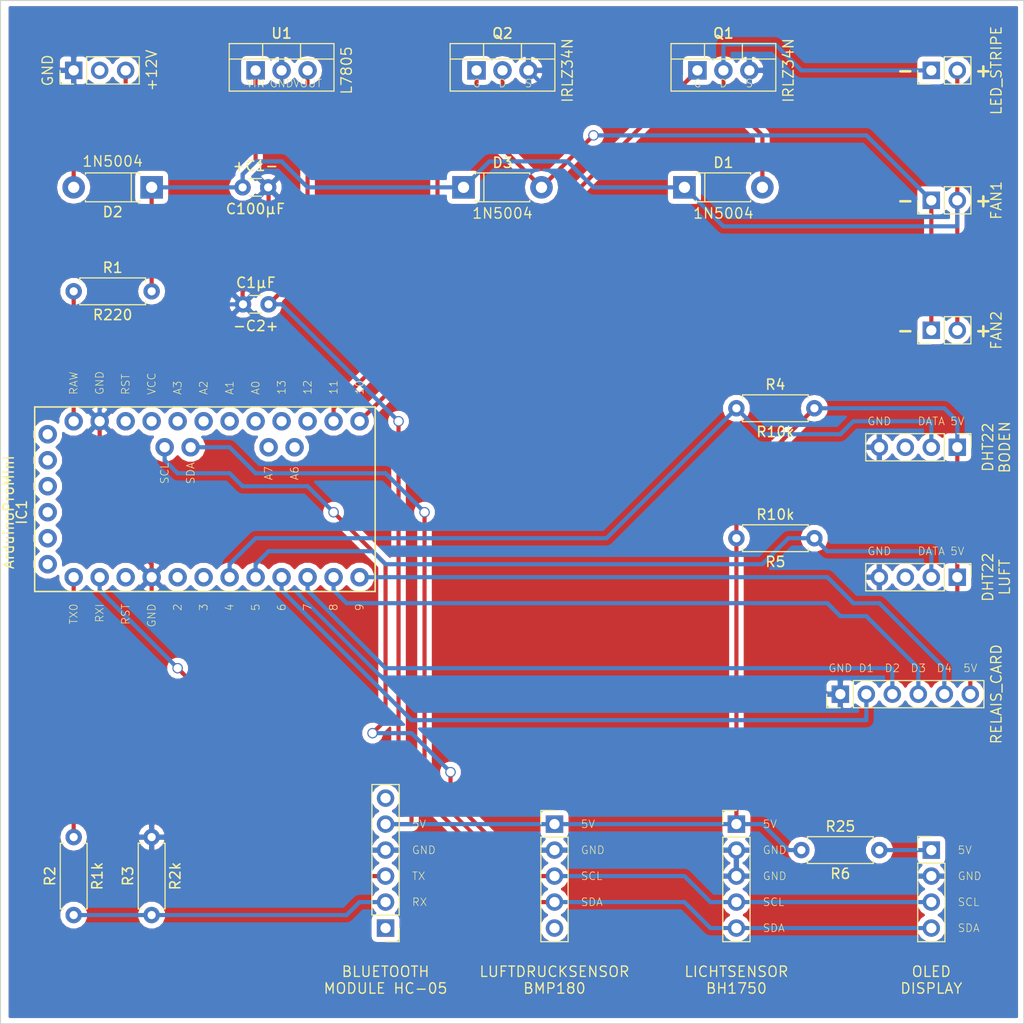
<source format=kicad_pcb>
(kicad_pcb (version 4) (host pcbnew 4.0.7)
  (title_block (title HomeGardening) (date 2018-01-19))
  (layers (0 F.Cu signal) (31 B.Cu signal) (34 B.Paste user) (35 F.Paste user) (36 B.SilkS user) (37 F.SilkS user) (38 B.Mask user) (39 F.Mask user) (44 Edge.Cuts user))
  (net 0 "")
  (net 1 PWR_+12V)
  (net 2 PWR_+5V)
  (net 3 "Net-(D1-Pad2)")
  (net 4 "Net-(D2-Pad2)")
  (net 5 "Net-(D3-Pad2)")
  (net 6 D_MOSFET_LED)
  (net 7 D_MOSFE_FAN)
  (net 8 "Net-(IC1-Pad3)")
  (net 9 "Net-(IC1-Pad4)")
  (net 10 "Net-(IC1-Pad5)")
  (net 11 "Net-(IC1-Pad6)")
  (net 12 "Net-(IC1-Pad7)")
  (net 13 "Net-(IC1-Pad8)")
  (net 14 "Net-(IC1-Pad9)")
  (net 15 "Net-(IC1-Pad10)")
  (net 16 "Net-(IC1-Pad12)")
  (net 17 "Net-(IC1-Pad13)")
  (net 18 "Net-(IC1-Pad14)")
  (net 19 "Net-(IC1-Pad15)")
  (net 20 "Net-(IC1-Pad16)")
  (net 21 "Net-(IC1-Pad17)")
  (net 22 "Net-(IC1-Pad18)")
  (net 23 ARD_TX)
  (net 24 ARD_RX)
  (net 25 "Net-(IC1-Pad21)")
  (net 26 Ard_GND)
  (net 27 "Net-(IC1-Pad23)")
  (net 28 "Net-(IC1-Pad24)")
  (net 29 D_DHT_Boden)
  (net 30 D_DHT_LUFT)
  (net 31 D_Rel_1)
  (net 32 D_Rel_2)
  (net 33 D_Rel_3)
  (net 34 D_Rel_4)
  (net 35 "Net-(IC1-Pad31)")
  (net 36 "Net-(IC1-Pad32)")
  (net 37 SDA)
  (net 38 SCL)
  (net 39 "Net-(J1-Pad2)")
  (net 40 "Net-(J6-Pad1)")
  (net 41 "Net-(J6-Pad2)")
  (net 42 "Net-(J6-Pad6)")
  (net 43 "Net-(J7-Pad5)")
  (net 44 "Net-(J9-Pad3)")
  (net 45 "Net-(J10-Pad3)")
  (net 46 "Net-(J11-Pad1)")
  (module Capacitors_THT:C_Disc_D3.0mm_W1.6mm_P2.50mm (layer F.Cu) (at 73.66 48.26)
    (fp_text reference +C1- (at 1.25 -2.11) (layer F.SilkS))
    (fp_text value C100µF (at 1.25 2.11) (layer F.SilkS))
    (pad 1 thru_hole circle (at 0 0) (size 1.6 1.6) (drill 0.8) (layers *.Cu *.Mask) (net 1 PWR_+12V))
    (pad 2 thru_hole circle (at 2.5 0) (size 1.6 1.6) (drill 0.8) (layers *.Cu *.Mask) (net 26 Ard_GND))
  )
  (module Capacitors_THT:C_Disc_D3.0mm_W1.6mm_P2.50mm (layer F.Cu) (at 76.2 59.69 180)
    (fp_text reference -C2+ (at 1.25 -2.11 180) (layer F.SilkS))
    (fp_text value C1µF (at 1.25 2.11 180) (layer F.SilkS))
    (pad 1 thru_hole circle (at 0 0 180) (size 1.6 1.6) (drill 0.8) (layers *.Cu *.Mask) (net 2 PWR_+5V))
    (pad 2 thru_hole circle (at 2.5 0 180) (size 1.6 1.6) (drill 0.8) (layers *.Cu *.Mask) (net 26 Ard_GND))
  )
  (module ArduinoProMini:ArduinoProMini (layer F.Cu) (at 53.34 78.74 90)
    (fp_text reference IC1 (at -1.27 -1.27 90) (layer F.SilkS))
    (fp_text value ArduinoProMini (at -1.27 -2.54 90) (layer F.SilkS))
    (pad 1 thru_hole circle (at 7.62 31.75 90) (size 1.8 1.8) (drill 1) (layers *.Cu *.Mask) (net 6 D_MOSFET_LED))
    (pad 2 thru_hole circle (at 7.62 29.21 90) (size 1.8 1.8) (drill 1) (layers *.Cu *.Mask) (net 7 D_MOSFE_FAN))
    (pad 3 thru_hole circle (at 7.62 26.67 90) (size 1.8 1.8) (drill 1) (layers *.Cu *.Mask) (net 8 "Net-(IC1-Pad3)"))
    (pad 4 thru_hole circle (at 7.62 24.13 90) (size 1.8 1.8) (drill 1) (layers *.Cu *.Mask) (net 9 "Net-(IC1-Pad4)"))
    (pad 5 thru_hole circle (at 7.62 21.59 90) (size 1.8 1.8) (drill 1) (layers *.Cu *.Mask) (net 10 "Net-(IC1-Pad5)"))
    (pad 6 thru_hole circle (at 7.62 19.05 90) (size 1.8 1.8) (drill 1) (layers *.Cu *.Mask) (net 11 "Net-(IC1-Pad6)"))
    (pad 7 thru_hole circle (at 7.62 16.51 90) (size 1.8 1.8) (drill 1) (layers *.Cu *.Mask) (net 12 "Net-(IC1-Pad7)"))
    (pad 8 thru_hole circle (at 7.62 13.97 90) (size 1.8 1.8) (drill 1) (layers *.Cu *.Mask) (net 13 "Net-(IC1-Pad8)"))
    (pad 9 thru_hole circle (at 7.62 11.43 90) (size 1.8 1.8) (drill 1) (layers *.Cu *.Mask) (net 14 "Net-(IC1-Pad9)"))
    (pad 10 thru_hole circle (at 7.62 8.89 90) (size 1.8 1.8) (drill 1) (layers *.Cu *.Mask) (net 15 "Net-(IC1-Pad10)"))
    (pad 11 thru_hole circle (at 7.62 6.35 90) (size 1.8 1.8) (drill 1) (layers *.Cu *.Mask) (net 26 Ard_GND))
    (pad 12 thru_hole circle (at 7.62 3.81 90) (size 1.8 1.8) (drill 1) (layers *.Cu *.Mask) (net 16 "Net-(IC1-Pad12)"))
    (pad 13 thru_hole circle (at 6.35 1.27 90) (size 1.8 1.8) (drill 1) (layers *.Cu *.Mask) (net 17 "Net-(IC1-Pad13)"))
    (pad 14 thru_hole circle (at 3.81 1.27 90) (size 1.8 1.8) (drill 1) (layers *.Cu *.Mask) (net 18 "Net-(IC1-Pad14)"))
    (pad 15 thru_hole circle (at 1.27 1.27 90) (size 1.8 1.8) (drill 1) (layers *.Cu *.Mask) (net 19 "Net-(IC1-Pad15)"))
    (pad 16 thru_hole circle (at -1.27 1.27 90) (size 1.8 1.8) (drill 1) (layers *.Cu *.Mask) (net 20 "Net-(IC1-Pad16)"))
    (pad 17 thru_hole circle (at -3.81 1.27 90) (size 1.8 1.8) (drill 1) (layers *.Cu *.Mask) (net 21 "Net-(IC1-Pad17)"))
    (pad 18 thru_hole circle (at -6.35 1.27 90) (size 1.8 1.8) (drill 1) (layers *.Cu *.Mask) (net 22 "Net-(IC1-Pad18)"))
    (pad 19 thru_hole circle (at -7.62 3.81 90) (size 1.8 1.8) (drill 1) (layers *.Cu *.Mask) (net 23 ARD_TX))
    (pad 20 thru_hole circle (at -7.62 6.35 90) (size 1.8 1.8) (drill 1) (layers *.Cu *.Mask) (net 24 ARD_RX))
    (pad 21 thru_hole circle (at -7.62 8.89 90) (size 1.8 1.8) (drill 1) (layers *.Cu *.Mask) (net 25 "Net-(IC1-Pad21)"))
    (pad 22 thru_hole circle (at -7.62 11.43 90) (size 1.8 1.8) (drill 1) (layers *.Cu *.Mask) (net 26 Ard_GND))
    (pad 23 thru_hole circle (at -7.62 13.97 90) (size 1.8 1.8) (drill 1) (layers *.Cu *.Mask) (net 27 "Net-(IC1-Pad23)"))
    (pad 24 thru_hole circle (at -7.62 16.51 90) (size 1.8 1.8) (drill 1) (layers *.Cu *.Mask) (net 28 "Net-(IC1-Pad24)"))
    (pad 25 thru_hole circle (at -7.62 19.05 90) (size 1.8 1.8) (drill 1) (layers *.Cu *.Mask) (net 29 D_DHT_Boden))
    (pad 26 thru_hole circle (at -7.62 21.59 90) (size 1.8 1.8) (drill 1) (layers *.Cu *.Mask) (net 30 D_DHT_LUFT))
    (pad 27 thru_hole circle (at -7.62 24.13 90) (size 1.8 1.8) (drill 1) (layers *.Cu *.Mask) (net 31 D_Rel_1))
    (pad 28 thru_hole circle (at -7.62 26.67 90) (size 1.8 1.8) (drill 1) (layers *.Cu *.Mask) (net 32 D_Rel_2))
    (pad 29 thru_hole circle (at -7.62 29.21 90) (size 1.8 1.8) (drill 1) (layers *.Cu *.Mask) (net 33 D_Rel_3))
    (pad 30 thru_hole circle (at -7.62 31.75 90) (size 1.8 1.8) (drill 1) (layers *.Cu *.Mask) (net 34 D_Rel_4))
    (pad 31 thru_hole circle (at 5.08 25.4 90) (size 1.8 1.8) (drill 1) (layers *.Cu *.Mask) (net 35 "Net-(IC1-Pad31)"))
    (pad 32 thru_hole circle (at 5.08 22.86 90) (size 1.8 1.8) (drill 1) (layers *.Cu *.Mask) (net 36 "Net-(IC1-Pad32)"))
    (pad 33 thru_hole circle (at 5.08 15.24 90) (size 1.8 1.8) (drill 1) (layers *.Cu *.Mask) (net 37 SDA))
    (pad 34 thru_hole circle (at 5.08 12.7 90) (size 1.8 1.8) (drill 1) (layers *.Cu *.Mask) (net 38 SCL))
  )
  (module Pin_Headers:Pin_Header_Straight_1x03_Pitch2.54mm (layer F.Cu) (at 57.15 36.83 90)
    (fp_text reference J1 hide)
    (fp_text value Power_In hide)
    (pad 1 thru_hole rect (at 0 0 90) (size 1.7 1.7) (drill 1) (layers *.Cu *.Mask) (net 26 Ard_GND))
    (pad 2 thru_hole oval (at 0 2.54 90) (size 1.7 1.7) (drill 1) (layers *.Cu *.Mask) (net 39 "Net-(J1-Pad2)"))
    (pad 3 thru_hole oval (at 0 5.08 90) (size 1.7 1.7) (drill 1) (layers *.Cu *.Mask) (net 4 "Net-(D2-Pad2)"))
  )
  (module Pin_Headers:Pin_Header_Straight_1x02_Pitch2.54mm (layer F.Cu) (at 140.97 36.83 90)
    (fp_text reference J2 hide)
    (fp_text value LED_Stripe hide)
    (pad 1 thru_hole rect (at 0 0 90) (size 1.7 1.7) (drill 1) (layers *.Cu *.Mask) (net 3 "Net-(D1-Pad2)"))
    (pad 2 thru_hole oval (at 0 2.54 90) (size 1.7 1.7) (drill 1) (layers *.Cu *.Mask) (net 1 PWR_+12V))
  )
  (module Pin_Headers:Pin_Header_Straight_1x02_Pitch2.54mm (layer F.Cu) (at 140.97 49.53 90)
    (fp_text reference J3 hide)
    (fp_text value Fan1 hide)
    (pad 1 thru_hole rect (at 0 0 90) (size 1.7 1.7) (drill 1) (layers *.Cu *.Mask) (net 5 "Net-(D3-Pad2)"))
    (pad 2 thru_hole oval (at 0 2.54 90) (size 1.7 1.7) (drill 1) (layers *.Cu *.Mask) (net 1 PWR_+12V))
  )
  (module Pin_Headers:Pin_Header_Straight_1x02_Pitch2.54mm (layer F.Cu) (at 140.97 62.23 90)
    (fp_text reference J4 hide)
    (fp_text value Fan2 hide)
    (pad 1 thru_hole rect (at 0 0 90) (size 1.7 1.7) (drill 1) (layers *.Cu *.Mask) (net 5 "Net-(D3-Pad2)"))
    (pad 2 thru_hole oval (at 0 2.54 90) (size 1.7 1.7) (drill 1) (layers *.Cu *.Mask) (net 1 PWR_+12V))
  )
  (module Pin_Headers:Pin_Header_Straight_1x06_Pitch2.54mm (layer F.Cu) (at 132.08 97.79 90)
    (fp_text reference J5 hide)
    (fp_text value Relais_Card hide)
    (pad 1 thru_hole rect (at 0 0 90) (size 1.7 1.7) (drill 1) (layers *.Cu *.Mask) (net 26 Ard_GND))
    (pad 2 thru_hole oval (at 0 2.54 90) (size 1.7 1.7) (drill 1) (layers *.Cu *.Mask) (net 31 D_Rel_1))
    (pad 3 thru_hole oval (at 0 5.08 90) (size 1.7 1.7) (drill 1) (layers *.Cu *.Mask) (net 32 D_Rel_2))
    (pad 4 thru_hole oval (at 0 7.62 90) (size 1.7 1.7) (drill 1) (layers *.Cu *.Mask) (net 33 D_Rel_3))
    (pad 5 thru_hole oval (at 0 10.16 90) (size 1.7 1.7) (drill 1) (layers *.Cu *.Mask) (net 34 D_Rel_4))
    (pad 6 thru_hole oval (at 0 12.7 90) (size 1.7 1.7) (drill 1) (layers *.Cu *.Mask) (net 2 PWR_+5V))
  )
  (module Pin_Headers:Pin_Header_Straight_1x06_Pitch2.54mm (layer F.Cu) (at 87.63 120.65 180)
    (fp_text reference J6 hide)
    (fp_text value "HC-05 Module" hide)
    (pad 1 thru_hole rect (at 0 0 180) (size 1.7 1.7) (drill 1) (layers *.Cu *.Mask) (net 40 "Net-(J6-Pad1)"))
    (pad 2 thru_hole oval (at 0 2.54 180) (size 1.7 1.7) (drill 1) (layers *.Cu *.Mask) (net 41 "Net-(J6-Pad2)"))
    (pad 3 thru_hole oval (at 0 5.08 180) (size 1.7 1.7) (drill 1) (layers *.Cu *.Mask) (net 24 ARD_RX))
    (pad 4 thru_hole oval (at 0 7.62 180) (size 1.7 1.7) (drill 1) (layers *.Cu *.Mask) (net 26 Ard_GND))
    (pad 5 thru_hole oval (at 0 10.16 180) (size 1.7 1.7) (drill 1) (layers *.Cu *.Mask) (net 2 PWR_+5V))
    (pad 6 thru_hole oval (at 0 12.7 180) (size 1.7 1.7) (drill 1) (layers *.Cu *.Mask) (net 42 "Net-(J6-Pad6)"))
  )
  (module Pin_Headers:Pin_Header_Straight_1x05_Pitch2.54mm (layer F.Cu) (at 104.14 110.49)
    (fp_text reference J7 hide)
    (fp_text value BMP180 hide)
    (pad 1 thru_hole rect (at 0 0) (size 1.7 1.7) (drill 1) (layers *.Cu *.Mask) (net 2 PWR_+5V))
    (pad 2 thru_hole oval (at 0 2.54) (size 1.7 1.7) (drill 1) (layers *.Cu *.Mask) (net 26 Ard_GND))
    (pad 3 thru_hole oval (at 0 5.08) (size 1.7 1.7) (drill 1) (layers *.Cu *.Mask) (net 38 SCL))
    (pad 4 thru_hole oval (at 0 7.62) (size 1.7 1.7) (drill 1) (layers *.Cu *.Mask) (net 37 SDA))
    (pad 5 thru_hole oval (at 0 10.16) (size 1.7 1.7) (drill 1) (layers *.Cu *.Mask) (net 43 "Net-(J7-Pad5)"))
  )
  (module Pin_Headers:Pin_Header_Straight_1x05_Pitch2.54mm (layer F.Cu) (at 121.92 110.49)
    (fp_text reference J8 hide)
    (fp_text value BH1750 hide)
    (pad 1 thru_hole rect (at 0 0) (size 1.7 1.7) (drill 1) (layers *.Cu *.Mask) (net 2 PWR_+5V))
    (pad 2 thru_hole oval (at 0 2.54) (size 1.7 1.7) (drill 1) (layers *.Cu *.Mask) (net 26 Ard_GND))
    (pad 3 thru_hole oval (at 0 5.08) (size 1.7 1.7) (drill 1) (layers *.Cu *.Mask) (net 26 Ard_GND))
    (pad 4 thru_hole oval (at 0 7.62) (size 1.7 1.7) (drill 1) (layers *.Cu *.Mask) (net 38 SCL))
    (pad 5 thru_hole oval (at 0 10.16) (size 1.7 1.7) (drill 1) (layers *.Cu *.Mask) (net 37 SDA))
  )
  (module Pin_Headers:Pin_Header_Straight_1x04_Pitch2.54mm (layer F.Cu) (at 143.51 73.66 270)
    (fp_text reference J9 hide)
    (fp_text value DHT22_Boden hide)
    (pad 1 thru_hole rect (at 0 0 270) (size 1.7 1.7) (drill 1) (layers *.Cu *.Mask) (net 2 PWR_+5V))
    (pad 2 thru_hole oval (at 0 2.54 270) (size 1.7 1.7) (drill 1) (layers *.Cu *.Mask) (net 29 D_DHT_Boden))
    (pad 3 thru_hole oval (at 0 5.08 270) (size 1.7 1.7) (drill 1) (layers *.Cu *.Mask) (net 44 "Net-(J9-Pad3)"))
    (pad 4 thru_hole oval (at 0 7.62 270) (size 1.7 1.7) (drill 1) (layers *.Cu *.Mask) (net 26 Ard_GND))
  )
  (module Pin_Headers:Pin_Header_Straight_1x04_Pitch2.54mm (layer F.Cu) (at 143.51 86.36 270)
    (fp_text reference J10 hide)
    (fp_text value DHT22_Luft hide)
    (pad 1 thru_hole rect (at 0 0 270) (size 1.7 1.7) (drill 1) (layers *.Cu *.Mask) (net 2 PWR_+5V))
    (pad 2 thru_hole oval (at 0 2.54 270) (size 1.7 1.7) (drill 1) (layers *.Cu *.Mask) (net 30 D_DHT_LUFT))
    (pad 3 thru_hole oval (at 0 5.08 270) (size 1.7 1.7) (drill 1) (layers *.Cu *.Mask) (net 45 "Net-(J10-Pad3)"))
    (pad 4 thru_hole oval (at 0 7.62 270) (size 1.7 1.7) (drill 1) (layers *.Cu *.Mask) (net 26 Ard_GND))
  )
  (module Pin_Headers:Pin_Header_Straight_1x04_Pitch2.54mm (layer F.Cu) (at 140.97 113.03)
    (fp_text reference J11 hide)
    (fp_text value OLED_Display hide)
    (pad 1 thru_hole rect (at 0 0) (size 1.7 1.7) (drill 1) (layers *.Cu *.Mask) (net 46 "Net-(J11-Pad1)"))
    (pad 2 thru_hole oval (at 0 2.54) (size 1.7 1.7) (drill 1) (layers *.Cu *.Mask) (net 26 Ard_GND))
    (pad 3 thru_hole oval (at 0 5.08) (size 1.7 1.7) (drill 1) (layers *.Cu *.Mask) (net 38 SCL))
    (pad 4 thru_hole oval (at 0 7.62) (size 1.7 1.7) (drill 1) (layers *.Cu *.Mask) (net 37 SDA))
  )
  (module TO_SOT_Packages_THT:TO-220-3_Vertical (layer F.Cu) (at 118.11 36.83)
    (fp_text reference Q1 (at 2.54 -3.62) (layer F.SilkS))
    (fp_text value IRLZ34N hide)
    (fp_text user %R (at 2.54 -3.62) (layer F.SilkS))
    (pad 1 thru_hole rect (at 0 0) (size 1.8 1.8) (drill 1) (layers *.Cu *.Mask) (net 6 D_MOSFET_LED))
    (pad 2 thru_hole oval (at 2.54 0) (size 1.8 1.8) (drill 1) (layers *.Cu *.Mask) (net 3 "Net-(D1-Pad2)"))
    (pad 3 thru_hole oval (at 5.08 0) (size 1.8 1.8) (drill 1) (layers *.Cu *.Mask) (net 26 Ard_GND))
  )
  (module TO_SOT_Packages_THT:TO-220-3_Vertical (layer F.Cu) (at 96.52 36.83)
    (fp_text reference Q2 (at 2.54 -3.62) (layer F.SilkS))
    (fp_text value IRLZ34N hide)
    (fp_text user %R (at 2.54 -3.62) (layer F.SilkS))
    (pad 1 thru_hole rect (at 0 0) (size 1.8 1.8) (drill 1) (layers *.Cu *.Mask) (net 7 D_MOSFE_FAN))
    (pad 2 thru_hole oval (at 2.54 0) (size 1.8 1.8) (drill 1) (layers *.Cu *.Mask) (net 5 "Net-(D3-Pad2)"))
    (pad 3 thru_hole oval (at 5.08 0) (size 1.8 1.8) (drill 1) (layers *.Cu *.Mask) (net 26 Ard_GND))
  )
  (module TO_SOT_Packages_THT:TO-220-3_Vertical (layer F.Cu) (at 74.93 36.83)
    (fp_text reference U1 (at 2.54 -3.62) (layer F.SilkS))
    (fp_text value L7805 hide)
    (fp_text user %R (at 2.54 -3.62) (layer F.SilkS))
    (pad 1 thru_hole rect (at 0 0) (size 1.8 1.8) (drill 1) (layers *.Cu *.Mask) (net 1 PWR_+12V))
    (pad 2 thru_hole oval (at 2.54 0) (size 1.8 1.8) (drill 1) (layers *.Cu *.Mask) (net 26 Ard_GND))
    (pad 3 thru_hole oval (at 5.08 0) (size 1.8 1.8) (drill 1) (layers *.Cu *.Mask) (net 2 PWR_+5V))
  )
  (module Diodes_THT:D_DO-41_SOD81_P7.62mm_Horizontal (layer F.Cu) (at 116.84 48.26)
    (fp_text reference D1 (at 3.81 -2.41) (layer F.SilkS))
    (fp_text value D hide)
    (pad 1 thru_hole rect (at 0 0) (size 2.2 2.2) (drill 1.1) (layers *.Cu *.Mask) (net 1 PWR_+12V))
    (pad 2 thru_hole oval (at 7.62 0) (size 2.2 2.2) (drill 1.1) (layers *.Cu *.Mask) (net 3 "Net-(D1-Pad2)"))
  )
  (module Diodes_THT:D_DO-41_SOD81_P7.62mm_Horizontal (layer F.Cu) (at 64.77 48.26 180)
    (fp_text reference D2 (at 3.81 -2.41 180) (layer F.SilkS))
    (fp_text value D hide)
    (pad 1 thru_hole rect (at 0 0 180) (size 2.2 2.2) (drill 1.1) (layers *.Cu *.Mask) (net 1 PWR_+12V))
    (pad 2 thru_hole oval (at 7.62 0 180) (size 2.2 2.2) (drill 1.1) (layers *.Cu *.Mask) (net 4 "Net-(D2-Pad2)"))
  )
  (module Diodes_THT:D_DO-41_SOD81_P7.62mm_Horizontal (layer F.Cu) (at 95.25 48.26)
    (fp_text reference D3 (at 3.81 -2.41) (layer F.SilkS))
    (fp_text value D hide)
    (pad 1 thru_hole rect (at 0 0) (size 2.2 2.2) (drill 1.1) (layers *.Cu *.Mask) (net 1 PWR_+12V))
    (pad 2 thru_hole oval (at 7.62 0) (size 2.2 2.2) (drill 1.1) (layers *.Cu *.Mask) (net 5 "Net-(D3-Pad2)"))
  )
  (module Resistors_THT:R_Axial_DIN0207_L6.3mm_D2.5mm_P7.62mm_Horizontal (layer F.Cu) (at 57.15 58.42)
    (fp_text reference R1 (at 3.81 -2.31) (layer F.SilkS))
    (fp_text value R220 (at 3.81 2.31) (layer F.SilkS))
    (pad 1 thru_hole circle (at 0 0) (size 1.6 1.6) (drill 0.8) (layers *.Cu *.Mask) (net 16 "Net-(IC1-Pad12)"))
    (pad 2 thru_hole oval (at 7.62 0) (size 1.6 1.6) (drill 0.8) (layers *.Cu *.Mask) (net 1 PWR_+12V))
  )
  (module Resistors_THT:R_Axial_DIN0207_L6.3mm_D2.5mm_P7.62mm_Horizontal (layer F.Cu) (at 57.15 119.38 90)
    (fp_text reference R2 (at 3.81 -2.31 90) (layer F.SilkS))
    (fp_text value R1k (at 3.81 2.31 90) (layer F.SilkS))
    (pad 1 thru_hole circle (at 0 0 90) (size 1.6 1.6) (drill 0.8) (layers *.Cu *.Mask) (net 41 "Net-(J6-Pad2)"))
    (pad 2 thru_hole oval (at 7.62 0 90) (size 1.6 1.6) (drill 0.8) (layers *.Cu *.Mask) (net 23 ARD_TX))
  )
  (module Resistors_THT:R_Axial_DIN0207_L6.3mm_D2.5mm_P7.62mm_Horizontal (layer F.Cu) (at 64.77 119.38 90)
    (fp_text reference R3 (at 3.81 -2.31 90) (layer F.SilkS))
    (fp_text value R2k (at 3.81 2.31 90) (layer F.SilkS))
    (pad 1 thru_hole circle (at 0 0 90) (size 1.6 1.6) (drill 0.8) (layers *.Cu *.Mask) (net 41 "Net-(J6-Pad2)"))
    (pad 2 thru_hole oval (at 7.62 0 90) (size 1.6 1.6) (drill 0.8) (layers *.Cu *.Mask) (net 26 Ard_GND))
  )
  (module Resistors_THT:R_Axial_DIN0207_L6.3mm_D2.5mm_P7.62mm_Horizontal (layer F.Cu) (at 121.92 69.85)
    (fp_text reference R4 (at 3.81 -2.31) (layer F.SilkS))
    (fp_text value R10k (at 3.81 2.31) (layer F.SilkS))
    (pad 1 thru_hole circle (at 0 0) (size 1.6 1.6) (drill 0.8) (layers *.Cu *.Mask) (net 29 D_DHT_Boden))
    (pad 2 thru_hole oval (at 7.62 0) (size 1.6 1.6) (drill 0.8) (layers *.Cu *.Mask) (net 2 PWR_+5V))
  )
  (module Resistors_THT:R_Axial_DIN0207_L6.3mm_D2.5mm_P7.62mm_Horizontal (layer F.Cu) (at 129.54 82.55 180)
    (fp_text reference R5 (at 3.81 -2.31 180) (layer F.SilkS))
    (fp_text value R10k (at 3.81 2.31 180) (layer F.SilkS))
    (pad 1 thru_hole circle (at 0 0 180) (size 1.6 1.6) (drill 0.8) (layers *.Cu *.Mask) (net 30 D_DHT_LUFT))
    (pad 2 thru_hole oval (at 7.62 0 180) (size 1.6 1.6) (drill 0.8) (layers *.Cu *.Mask) (net 2 PWR_+5V))
  )
  (module Resistors_THT:R_Axial_DIN0207_L6.3mm_D2.5mm_P7.62mm_Horizontal (layer F.Cu) (at 135.89 113.03 180)
    (fp_text reference R6 (at 3.81 -2.31 180) (layer F.SilkS))
    (fp_text value R25 (at 3.81 2.31 180) (layer F.SilkS))
    (pad 1 thru_hole circle (at 0 0 180) (size 1.6 1.6) (drill 0.8) (layers *.Cu *.Mask) (net 46 "Net-(J11-Pad1)"))
    (pad 2 thru_hole oval (at 7.62 0 180) (size 1.6 1.6) (drill 0.8) (layers *.Cu *.Mask) (net 2 PWR_+5V))
  )
  (gr_text TX0 (at 57.15 88.9 90) (layer F.SilkS) (effects (font (size 0.762 0.762) (thickness 0.0635)) (justify right)))
  (gr_text A6 (at 78.74 76.2 90) (layer F.SilkS) (effects (font (size 0.762 0.762) (thickness 0.0635))))
  (gr_text A7 (at 76.2 76.2 90) (layer F.SilkS) (effects (font (size 0.762 0.762) (thickness 0.0635))))
  (gr_text SDA (at 68.58 76.2 90) (layer F.SilkS) (effects (font (size 0.762 0.762) (thickness 0.0635))))
  (gr_text SCL (at 66.04 76.2 90) (layer F.SilkS) (effects (font (size 0.762 0.762) (thickness 0.0635))))
  (gr_text 10 (at 85.09 68.58 90) (layer F.SilkS) (effects (font (size 0.762 0.762) (thickness 0.0635)) (justify left)))
  (gr_text 11 (at 82.55 68.58 90) (layer F.SilkS) (effects (font (size 0.762 0.762) (thickness 0.0635)) (justify left)))
  (gr_text 12 (at 80.01 68.58 90) (layer F.SilkS) (effects (font (size 0.762 0.762) (thickness 0.0635)) (justify left)))
  (gr_text 13 (at 77.47 68.58 90) (layer F.SilkS) (effects (font (size 0.762 0.762) (thickness 0.0635)) (justify left)))
  (gr_text A0 (at 74.93 68.58 90) (layer F.SilkS) (effects (font (size 0.762 0.762) (thickness 0.0635)) (justify left)))
  (gr_text A1 (at 72.39 68.58 90) (layer F.SilkS) (effects (font (size 0.762 0.762) (thickness 0.0635)) (justify left)))
  (gr_text A2 (at 69.85 68.58 90) (layer F.SilkS) (effects (font (size 0.762 0.762) (thickness 0.0635)) (justify left)))
  (gr_text A3 (at 67.31 68.58 90) (layer F.SilkS) (effects (font (size 0.762 0.762) (thickness 0.0635)) (justify left)))
  (gr_text VCC (at 64.77 68.58 90) (layer F.SilkS) (effects (font (size 0.762 0.762) (thickness 0.0635)) (justify left)))
  (gr_text RST (at 62.23 68.58 90) (layer F.SilkS) (effects (font (size 0.762 0.762) (thickness 0.0635)) (justify left)))
  (gr_text GND (at 59.69 68.58 90) (layer F.SilkS) (effects (font (size 0.762 0.762) (thickness 0.0635)) (justify left)))
  (gr_text RAW (at 57.15 68.58 90) (layer F.SilkS) (effects (font (size 0.762 0.762) (thickness 0.0635)) (justify left)))
  (gr_text RST (at 62.23 88.9 90) (layer F.SilkS) (effects (font (size 0.762 0.762) (thickness 0.0635)) (justify right)))
  (gr_text GND (at 64.77 88.9 90) (layer F.SilkS) (effects (font (size 0.762 0.762) (thickness 0.0635)) (justify right)))
  (gr_text 2 (at 67.31 88.9 90) (layer F.SilkS) (effects (font (size 0.762 0.762) (thickness 0.0635)) (justify right)))
  (gr_text 3 (at 69.85 88.9 90) (layer F.SilkS) (effects (font (size 0.762 0.762) (thickness 0.0635)) (justify right)))
  (gr_text 4 (at 72.39 88.9 90) (layer F.SilkS) (effects (font (size 0.762 0.762) (thickness 0.0635)) (justify right)))
  (gr_text 5 (at 74.93 88.9 90) (layer F.SilkS) (effects (font (size 0.762 0.762) (thickness 0.0635)) (justify right)))
  (gr_text 6 (at 77.47 88.9 90) (layer F.SilkS) (effects (font (size 0.762 0.762) (thickness 0.0635)) (justify right)))
  (gr_text 7 (at 80.01 88.9 90) (layer F.SilkS) (effects (font (size 0.762 0.762) (thickness 0.0635)) (justify right)))
  (gr_text 8 (at 82.55 88.9 90) (layer F.SilkS) (effects (font (size 0.762 0.762) (thickness 0.0635)) (justify right)))
  (gr_text 9 (at 85.09 88.9 90) (layer F.SilkS) (effects (font (size 0.762 0.762) (thickness 0.0635)) (justify right)))
  (gr_text RXI (at 59.69 88.9 90) (layer F.SilkS) (effects (font (size 0.762 0.762) (thickness 0.0635)) (justify right)))
  (gr_text RX (at 90.17 118.11) (layer F.SilkS) (effects (font (size 0.762 0.762) (thickness 0.0635)) (justify left)))
  (gr_text TX (at 90.17 115.57) (layer F.SilkS) (effects (font (size 0.762 0.762) (thickness 0.0635)) (justify left)))
  (gr_text GND (at 90.17 113.03) (layer F.SilkS) (effects (font (size 0.762 0.762) (thickness 0.0635)) (justify left)))
  (gr_text 5V (at 90.17 110.49) (layer F.SilkS) (effects (font (size 0.762 0.762) (thickness 0.0635)) (justify left)))
  (gr_text 5V (at 106.68 110.49) (layer F.SilkS) (effects (font (size 0.762 0.762) (thickness 0.0635)) (justify left)))
  (gr_text GND (at 106.68 113.03) (layer F.SilkS) (effects (font (size 0.762 0.762) (thickness 0.0635)) (justify left)))
  (gr_text SCL (at 106.68 115.57) (layer F.SilkS) (effects (font (size 0.762 0.762) (thickness 0.0635)) (justify left)))
  (gr_text SDA (at 106.68 118.11) (layer F.SilkS) (effects (font (size 0.762 0.762) (thickness 0.0635)) (justify left)))
  (gr_text SDA (at 124.46 120.65) (layer F.SilkS) (effects (font (size 0.762 0.762) (thickness 0.0635)) (justify left)))
  (gr_text SCL (at 124.46 118.11) (layer F.SilkS) (effects (font (size 0.762 0.762) (thickness 0.0635)) (justify left)))
  (gr_text GND (at 124.46 115.57) (layer F.SilkS) (effects (font (size 0.762 0.762) (thickness 0.0635)) (justify left)))
  (gr_text GND (at 124.46 113.03) (layer F.SilkS) (effects (font (size 0.762 0.762) (thickness 0.0635)) (justify left)))
  (gr_text 5V (at 124.46 110.49) (layer F.SilkS) (effects (font (size 0.762 0.762) (thickness 0.0635)) (justify left)))
  (gr_text 5V (at 143.51 113.03) (layer F.SilkS) (effects (font (size 0.762 0.762) (thickness 0.0635)) (justify left)))
  (gr_text GND (at 143.51 115.57) (layer F.SilkS) (effects (font (size 0.762 0.762) (thickness 0.0635)) (justify left)))
  (gr_text SCL (at 143.51 118.11) (layer F.SilkS) (effects (font (size 0.762 0.762) (thickness 0.0635)) (justify left)))
  (gr_text SDA (at 143.51 120.65) (layer F.SilkS) (effects (font (size 0.762 0.762) (thickness 0.0635)) (justify left)))
  (gr_text D4 (at 142.24 95.25) (layer F.SilkS) (effects (font (size 0.762 0.762) (thickness 0.0635))))
  (gr_text D3 (at 139.7 95.25) (layer F.SilkS) (effects (font (size 0.762 0.762) (thickness 0.0635))))
  (gr_text D2 (at 137.16 95.25) (layer F.SilkS) (effects (font (size 0.762 0.762) (thickness 0.0635))))
  (gr_text D1 (at 134.62 95.25) (layer F.SilkS) (effects (font (size 0.762 0.762) (thickness 0.0635))))
  (gr_text GND (at 132.08 95.25) (layer F.SilkS) (effects (font (size 0.762 0.762) (thickness 0.0635))))
  (gr_text 5V (at 144.78 95.25) (layer F.SilkS) (effects (font (size 0.762 0.762) (thickness 0.0635))))
  (gr_text 5V (at 143.51 83.82) (layer F.SilkS) (effects (font (size 0.762 0.762) (thickness 0.0635))))
  (gr_text DATA (at 140.97 83.82) (layer F.SilkS) (effects (font (size 0.762 0.762) (thickness 0.0635))))
  (gr_text GND (at 135.89 83.82) (layer F.SilkS) (effects (font (size 0.762 0.762) (thickness 0.0635))))
  (gr_text GND (at 135.89 71.12) (layer F.SilkS) (effects (font (size 0.762 0.762) (thickness 0.0635))))
  (gr_text DATA (at 140.97 71.12) (layer F.SilkS) (effects (font (size 0.762 0.762) (thickness 0.0635))))
  (gr_text 5V (at 143.51 71.12) (layer F.SilkS) (effects (font (size 0.762 0.762) (thickness 0.0635))))
  (gr_text + (at 146.05 62.23) (layer F.SilkS) (effects (font (size 1.27 1.27) (thickness 0.254))))
  (gr_text - (at 138.43 62.23) (layer F.SilkS) (effects (font (size 1.27 1.27) (thickness 0.254))))
  (gr_text + (at 146.05 49.53) (layer F.SilkS) (effects (font (size 1.27 1.27) (thickness 0.254))))
  (gr_text - (at 138.43 49.53) (layer F.SilkS) (effects (font (size 1.27 1.27) (thickness 0.254))))
  (gr_text + (at 146.05 36.83) (layer F.SilkS) (effects (font (size 1.27 1.27) (thickness 0.254))))
  (gr_text - (at 138.43 36.83) (layer F.SilkS) (effects (font (size 1.27 1.27) (thickness 0.254))))
  (gr_text VOUT (at 80.01 38.1) (layer F.SilkS) (effects (font (size 0.762 0.762) (thickness 0.0635))))
  (gr_text VIN (at 74.93 38.1) (layer F.SilkS) (effects (font (size 0.762 0.762) (thickness 0.0635))))
  (gr_text GND (at 77.47 38.1) (layer F.SilkS) (effects (font (size 0.762 0.762) (thickness 0.0635))))
  (gr_text S (at 101.6 38.1) (layer F.SilkS) (effects (font (size 0.762 0.762) (thickness 0.0635))))
  (gr_text D (at 99.06 38.1) (layer F.SilkS) (effects (font (size 0.762 0.762) (thickness 0.0635))))
  (gr_text G (at 96.52 38.1) (layer F.SilkS) (effects (font (size 0.762 0.762) (thickness 0.0635))))
  (gr_text S (at 123.19 38.1) (layer F.SilkS) (effects (font (size 0.762 0.762) (thickness 0.0635))))
  (gr_text D (at 120.65 38.1) (layer F.SilkS) (effects (font (size 0.762 0.762) (thickness 0.0635))))
  (gr_text G (at 118.11 38.1) (layer F.SilkS) (effects (font (size 0.762 0.762) (thickness 0.0635))))
  (gr_text "OLED\nDISPLAY" (at 140.97 125.73) (layer F.SilkS) (effects (font (size 1.016 1.016) (thickness 0.127))))
  (gr_text "LICHTSENSOR\nBH1750" (at 121.92 125.73) (layer F.SilkS) (effects (font (size 1.016 1.016) (thickness 0.127))))
  (gr_text "LUFTDRUCKSENSOR\nBMP180" (at 104.14 125.73) (layer F.SilkS) (effects (font (size 1.016 1.016) (thickness 0.127))))
  (gr_text "BLUETOOTH\nMODULE HC-05" (at 87.63 125.73) (layer F.SilkS) (effects (font (size 1.016 1.016) (thickness 0.127))))
  (gr_text 1N5004 (at 60.96 45.72) (layer F.SilkS) (effects (font (size 1.016 1.016) (thickness 0.127))))
  (gr_text 1N5004 (at 99.06 50.8) (layer F.SilkS) (effects (font (size 1.016 1.016) (thickness 0.127))))
  (gr_text 1N5004 (at 120.65 50.8) (layer F.SilkS) (effects (font (size 1.016 1.016) (thickness 0.127))))
  (gr_text RELAIS_CARD (at 147.32 97.79 90) (layer F.SilkS) (effects (font (size 1.016 1.016) (thickness 0.127))))
  (gr_text "DHT22\nLUFT" (at 147.32 86.36 90) (layer F.SilkS) (effects (font (size 1.016 1.016) (thickness 0.127))))
  (gr_text "DHT22\nBODEN" (at 147.32 73.66 90) (layer F.SilkS) (effects (font (size 1.016 1.016) (thickness 0.127))))
  (gr_text FAN2 (at 147.32 62.23 90) (layer F.SilkS) (effects (font (size 1.016 1.016) (thickness 0.127))))
  (gr_text FAN1 (at 147.32 49.53 90) (layer F.SilkS) (effects (font (size 1.016 1.016) (thickness 0.127))))
  (gr_text LED_STRIPE (at 147.32 36.83 90) (layer F.SilkS) (effects (font (size 1.016 1.016) (thickness 0.127))))
  (gr_text IRLZ34N (at 127 36.83 90) (layer F.SilkS) (effects (font (size 1.016 1.016) (thickness 0.127))))
  (gr_text IRLZ34N (at 105.41 36.83 90) (layer F.SilkS) (effects (font (size 1.016 1.016) (thickness 0.127))))
  (gr_text L7805 (at 83.82 36.83 90) (layer F.SilkS) (effects (font (size 1.016 1.016) (thickness 0.127))))
  (gr_text +12V (at 64.77 36.83 90) (layer F.SilkS) (effects (font (size 1.016 1.016) (thickness 0.127))))
  (gr_text GND (at 54.61 36.83 90) (layer F.SilkS) (effects (font (size 1.016 1.016) (thickness 0.127))))
  (gr_line (start 150 130) (end 150 30) (angle 90) (layer Edge.Cuts) (width 0.1))
  (gr_line (start 50 130) (end 150 130) (angle 90) (layer Edge.Cuts) (width 0.1))
  (gr_line (start 50 30) (end 50 130) (angle 90) (layer Edge.Cuts) (width 0.1))
  (gr_line (start 50 30) (end 150 30) (angle 90) (layer Edge.Cuts) (width 0.1))
  (segment (start 116.84 48.26) (end 120.65 52.07) (width 0.4064) (layer B.Cu) (net 1))
  (segment (start 120.65 52.07) (end 143.51 52.07) (width 0.4064) (layer B.Cu) (net 1))
  (segment (start 143.51 52.07) (end 143.51 49.53) (width 0.4064) (layer B.Cu) (net 1))
  (segment (start 73.66 48.26) (end 73.66 46.99) (width 0.4064) (layer B.Cu) (net 1))
  (segment (start 73.66 46.99) (end 74.93 45.72) (width 0.4064) (layer B.Cu) (net 1))
  (segment (start 74.93 45.72) (end 77.47 45.72) (width 0.4064) (layer B.Cu) (net 1))
  (segment (start 77.47 45.72) (end 80.01 48.26) (width 0.4064) (layer B.Cu) (net 1))
  (segment (start 80.01 48.26) (end 95.25 48.26) (width 0.4064) (layer B.Cu) (net 1))
  (segment (start 95.25 48.26) (end 97.79 45.72) (width 0.4064) (layer B.Cu) (net 1))
  (segment (start 97.79 45.72) (end 105.41 45.72) (width 0.4064) (layer B.Cu) (net 1))
  (segment (start 105.41 45.72) (end 107.95 48.26) (width 0.4064) (layer B.Cu) (net 1))
  (segment (start 107.95 48.26) (end 116.84 48.26) (width 0.4064) (layer B.Cu) (net 1))
  (segment (start 73.66 48.26) (end 73.66 46.99) (width 0.4064) (layer F.Cu) (net 1))
  (segment (start 73.66 46.99) (end 74.93 45.72) (width 0.4064) (layer F.Cu) (net 1))
  (segment (start 74.93 45.72) (end 74.93 36.83) (width 0.4064) (layer F.Cu) (net 1))
  (segment (start 143.51 49.53) (end 143.51 62.23) (width 0.4064) (layer F.Cu) (net 1))
  (segment (start 143.51 49.53) (end 143.51 36.83) (width 0.4064) (layer F.Cu) (net 1))
  (segment (start 64.77 48.26) (end 64.77 58.42) (width 0.4064) (layer F.Cu) (net 1))
  (segment (start 64.77 48.26) (end 73.66 48.26) (width 0.4064) (layer B.Cu) (net 1))
  (segment (start 87.63 110.49) (end 90.17 110.49) (width 0.4064) (layer F.Cu) (net 2))
  (segment (start 90.17 110.49) (end 90.17 105.41) (width 0.4064) (layer F.Cu) (net 2))
  (segment (start 90.17 105.41) (end 88.9 104.14) (width 0.4064) (layer F.Cu) (net 2))
  (segment (start 88.9 104.14) (end 88.9 71.12) (width 0.4064) (layer F.Cu) (net 2))
  (via (at 88.9 71.12) (size 1.016) (layers F.Cu B.Cu) (net 2))
  (segment (start 88.9 71.12) (end 77.47 59.69) (width 0.4064) (layer B.Cu) (net 2))
  (segment (start 77.47 59.69) (end 76.2 59.69) (width 0.4064) (layer B.Cu) (net 2))
  (segment (start 129.54 69.85) (end 121.92 77.47) (width 0.4064) (layer F.Cu) (net 2))
  (segment (start 121.92 77.47) (end 121.92 82.55) (width 0.4064) (layer F.Cu) (net 2))
  (segment (start 76.2 59.69) (end 80.01 55.88) (width 0.4064) (layer F.Cu) (net 2))
  (segment (start 80.01 55.88) (end 80.01 36.83) (width 0.4064) (layer F.Cu) (net 2))
  (segment (start 121.92 82.55) (end 121.92 110.49) (width 0.4064) (layer F.Cu) (net 2))
  (segment (start 143.51 73.66) (end 143.51 71.12) (width 0.4064) (layer B.Cu) (net 2))
  (segment (start 143.51 71.12) (end 142.24 69.85) (width 0.4064) (layer B.Cu) (net 2))
  (segment (start 142.24 69.85) (end 129.54 69.85) (width 0.4064) (layer B.Cu) (net 2))
  (segment (start 121.92 110.49) (end 104.14 110.49) (width 0.4064) (layer B.Cu) (net 2))
  (segment (start 104.14 110.49) (end 87.63 110.49) (width 0.4064) (layer B.Cu) (net 2))
  (segment (start 121.92 110.49) (end 124.46 110.49) (width 0.4064) (layer B.Cu) (net 2))
  (segment (start 124.46 110.49) (end 127 113.03) (width 0.4064) (layer B.Cu) (net 2))
  (segment (start 127 113.03) (end 128.27 113.03) (width 0.4064) (layer B.Cu) (net 2))
  (segment (start 144.78 97.79) (end 144.78 95.25) (width 0.4064) (layer F.Cu) (net 2))
  (segment (start 144.78 95.25) (end 143.51 93.98) (width 0.4064) (layer F.Cu) (net 2))
  (segment (start 143.51 93.98) (end 143.51 86.36) (width 0.4064) (layer F.Cu) (net 2))
  (segment (start 143.51 86.36) (end 143.51 73.66) (width 0.4064) (layer F.Cu) (net 2))
  (segment (start 120.65 36.83) (end 120.65 39.37) (width 0.4064) (layer F.Cu) (net 3))
  (segment (start 120.65 39.37) (end 124.46 43.18) (width 0.4064) (layer F.Cu) (net 3))
  (segment (start 124.46 43.18) (end 124.46 48.26) (width 0.4064) (layer F.Cu) (net 3))
  (segment (start 120.65 36.83) (end 120.65 34.29) (width 0.4064) (layer B.Cu) (net 3))
  (segment (start 120.65 34.29) (end 125.73 34.29) (width 0.4064) (layer B.Cu) (net 3))
  (segment (start 125.73 34.29) (end 128.27 36.83) (width 0.4064) (layer B.Cu) (net 3))
  (segment (start 128.27 36.83) (end 140.97 36.83) (width 0.4064) (layer B.Cu) (net 3))
  (segment (start 62.23 36.83) (end 62.23 39.37) (width 0.4064) (layer F.Cu) (net 4))
  (segment (start 62.23 39.37) (end 57.15 44.45) (width 0.4064) (layer F.Cu) (net 4))
  (segment (start 57.15 44.45) (end 57.15 48.26) (width 0.4064) (layer F.Cu) (net 4))
  (segment (start 140.97 49.53) (end 134.62 43.18) (width 0.4064) (layer B.Cu) (net 5))
  (segment (start 134.62 43.18) (end 107.95 43.18) (width 0.4064) (layer B.Cu) (net 5))
  (via (at 107.95 43.18) (size 1.016) (layers F.Cu B.Cu) (net 5))
  (segment (start 107.95 43.18) (end 102.87 48.26) (width 0.4064) (layer F.Cu) (net 5))
  (segment (start 102.87 48.26) (end 99.06 44.45) (width 0.4064) (layer F.Cu) (net 5))
  (segment (start 99.06 44.45) (end 99.06 36.83) (width 0.4064) (layer F.Cu) (net 5))
  (segment (start 140.97 49.53) (end 140.97 62.23) (width 0.4064) (layer F.Cu) (net 5))
  (segment (start 118.11 36.83) (end 105.41 49.53) (width 0.4064) (layer F.Cu) (net 6))
  (segment (start 105.41 49.53) (end 105.41 50.8) (width 0.4064) (layer F.Cu) (net 6))
  (segment (start 105.41 50.8) (end 85.09 71.12) (width 0.4064) (layer F.Cu) (net 6))
  (segment (start 82.55 71.12) (end 82.55 69.85) (width 0.4064) (layer F.Cu) (net 7))
  (segment (start 82.55 69.85) (end 92.71 59.69) (width 0.4064) (layer F.Cu) (net 7))
  (segment (start 92.71 59.69) (end 92.71 45.72) (width 0.4064) (layer F.Cu) (net 7))
  (segment (start 92.71 45.72) (end 96.52 41.91) (width 0.4064) (layer F.Cu) (net 7))
  (segment (start 96.52 41.91) (end 96.52 36.83) (width 0.4064) (layer F.Cu) (net 7))
  (segment (start 57.15 58.42) (end 57.15 71.12) (width 0.4064) (layer F.Cu) (net 16))
  (segment (start 57.15 86.36) (end 57.15 111.76) (width 0.4064) (layer F.Cu) (net 23))
  (segment (start 59.69 86.36) (end 59.69 87.63) (width 0.4064) (layer B.Cu) (net 24))
  (segment (start 59.69 87.63) (end 67.31 95.25) (width 0.4064) (layer B.Cu) (net 24))
  (via (at 67.31 95.25) (size 1.016) (layers F.Cu B.Cu) (net 24))
  (segment (start 67.31 95.25) (end 85.09 113.03) (width 0.4064) (layer F.Cu) (net 24))
  (segment (start 85.09 113.03) (end 85.09 115.57) (width 0.4064) (layer F.Cu) (net 24))
  (segment (start 85.09 115.57) (end 87.63 115.57) (width 0.4064) (layer F.Cu) (net 24))
  (segment (start 59.69 71.12) (end 59.69 69.85) (width 0.4064) (layer B.Cu) (net 26))
  (segment (start 59.69 69.85) (end 69.85 59.69) (width 0.4064) (layer B.Cu) (net 26))
  (segment (start 69.85 59.69) (end 73.7 59.69) (width 0.4064) (layer B.Cu) (net 26))
  (segment (start 121.92 113.03) (end 124.46 113.03) (width 0.4064) (layer F.Cu) (net 26))
  (segment (start 124.46 113.03) (end 125.73 111.76) (width 0.4064) (layer F.Cu) (net 26))
  (segment (start 125.73 111.76) (end 125.73 110.49) (width 0.4064) (layer F.Cu) (net 26))
  (segment (start 125.73 110.49) (end 132.08 104.14) (width 0.4064) (layer F.Cu) (net 26))
  (segment (start 132.08 104.14) (end 132.08 97.79) (width 0.4064) (layer F.Cu) (net 26))
  (segment (start 64.77 86.36) (end 64.77 85.09) (width 0.4064) (layer F.Cu) (net 26))
  (segment (start 64.77 85.09) (end 59.69 80.01) (width 0.4064) (layer F.Cu) (net 26))
  (segment (start 59.69 80.01) (end 59.69 71.12) (width 0.4064) (layer F.Cu) (net 26))
  (segment (start 87.63 113.03) (end 85.09 113.03) (width 0.4064) (layer B.Cu) (net 26))
  (segment (start 85.09 113.03) (end 83.82 111.76) (width 0.4064) (layer B.Cu) (net 26))
  (segment (start 83.82 111.76) (end 64.77 111.76) (width 0.4064) (layer B.Cu) (net 26))
  (segment (start 64.77 111.76) (end 64.77 86.36) (width 0.4064) (layer F.Cu) (net 26))
  (segment (start 132.08 97.79) (end 132.08 95.25) (width 0.4064) (layer F.Cu) (net 26))
  (segment (start 132.08 95.25) (end 135.89 91.44) (width 0.4064) (layer F.Cu) (net 26))
  (segment (start 135.89 91.44) (end 135.89 86.36) (width 0.4064) (layer F.Cu) (net 26))
  (segment (start 77.47 36.83) (end 77.47 39.37) (width 0.4064) (layer B.Cu) (net 26))
  (segment (start 77.47 39.37) (end 101.6 39.37) (width 0.4064) (layer B.Cu) (net 26))
  (segment (start 101.6 39.37) (end 101.6 36.83) (width 0.4064) (layer B.Cu) (net 26))
  (segment (start 101.6 36.83) (end 104.14 39.37) (width 0.4064) (layer B.Cu) (net 26))
  (segment (start 104.14 39.37) (end 123.19 39.37) (width 0.4064) (layer B.Cu) (net 26))
  (segment (start 123.19 39.37) (end 123.19 36.83) (width 0.4064) (layer B.Cu) (net 26))
  (segment (start 77.47 36.83) (end 77.47 34.29) (width 0.4064) (layer B.Cu) (net 26))
  (segment (start 77.47 34.29) (end 57.15 34.29) (width 0.4064) (layer B.Cu) (net 26))
  (segment (start 57.15 34.29) (end 57.15 36.83) (width 0.4064) (layer B.Cu) (net 26))
  (segment (start 121.92 115.57) (end 140.97 115.57) (width 0.4064) (layer B.Cu) (net 26))
  (segment (start 73.7 59.69) (end 73.66 59.69) (width 0.4064) (layer F.Cu) (net 26))
  (segment (start 73.66 59.69) (end 73.66 58.42) (width 0.4064) (layer F.Cu) (net 26))
  (segment (start 73.66 58.42) (end 76.2 55.88) (width 0.4064) (layer F.Cu) (net 26))
  (segment (start 76.2 55.88) (end 76.2 48.26) (width 0.4064) (layer F.Cu) (net 26))
  (segment (start 76.2 48.26) (end 76.16 48.26) (width 0.4064) (layer F.Cu) (net 26))
  (segment (start 104.14 113.03) (end 121.92 113.03) (width 0.4064) (layer B.Cu) (net 26))
  (segment (start 104.14 113.03) (end 87.63 113.03) (width 0.4064) (layer B.Cu) (net 26))
  (segment (start 76.16 48.26) (end 76.2 48.26) (width 0.4064) (layer F.Cu) (net 26))
  (segment (start 76.2 48.26) (end 77.47 46.99) (width 0.4064) (layer F.Cu) (net 26))
  (segment (start 77.47 46.99) (end 77.47 36.83) (width 0.4064) (layer F.Cu) (net 26))
  (segment (start 135.89 86.36) (end 135.89 73.66) (width 0.4064) (layer F.Cu) (net 26))
  (segment (start 121.92 113.03) (end 121.92 115.57) (width 0.4064) (layer F.Cu) (net 26))
  (segment (start 121.92 69.85) (end 109.22 82.55) (width 0.4064) (layer B.Cu) (net 29))
  (segment (start 109.22 82.55) (end 74.93 82.55) (width 0.4064) (layer B.Cu) (net 29))
  (segment (start 74.93 82.55) (end 72.39 85.09) (width 0.4064) (layer B.Cu) (net 29))
  (segment (start 72.39 85.09) (end 72.39 86.36) (width 0.4064) (layer B.Cu) (net 29))
  (segment (start 121.92 69.85) (end 124.46 72.39) (width 0.4064) (layer B.Cu) (net 29))
  (segment (start 124.46 72.39) (end 132.08 72.39) (width 0.4064) (layer B.Cu) (net 29))
  (segment (start 132.08 72.39) (end 133.35 71.12) (width 0.4064) (layer B.Cu) (net 29))
  (segment (start 133.35 71.12) (end 140.97 71.12) (width 0.4064) (layer B.Cu) (net 29))
  (segment (start 140.97 71.12) (end 140.97 73.66) (width 0.4064) (layer B.Cu) (net 29))
  (segment (start 74.93 86.36) (end 74.93 85.09) (width 0.4064) (layer B.Cu) (net 30))
  (segment (start 74.93 85.09) (end 76.2 83.82) (width 0.4064) (layer B.Cu) (net 30))
  (segment (start 76.2 83.82) (end 86.36 83.82) (width 0.4064) (layer B.Cu) (net 30))
  (segment (start 86.36 83.82) (end 87.63 85.09) (width 0.4064) (layer B.Cu) (net 30))
  (segment (start 87.63 85.09) (end 124.46 85.09) (width 0.4064) (layer B.Cu) (net 30))
  (segment (start 124.46 85.09) (end 127 82.55) (width 0.4064) (layer B.Cu) (net 30))
  (segment (start 127 82.55) (end 129.54 82.55) (width 0.4064) (layer B.Cu) (net 30))
  (segment (start 129.54 82.55) (end 130.81 83.82) (width 0.4064) (layer B.Cu) (net 30))
  (segment (start 130.81 83.82) (end 140.97 83.82) (width 0.4064) (layer B.Cu) (net 30))
  (segment (start 140.97 83.82) (end 140.97 86.36) (width 0.4064) (layer B.Cu) (net 30))
  (segment (start 77.47 86.36) (end 77.47 87.63) (width 0.4064) (layer B.Cu) (net 31))
  (segment (start 77.47 87.63) (end 90.17 100.33) (width 0.4064) (layer B.Cu) (net 31))
  (segment (start 90.17 100.33) (end 134.62 100.33) (width 0.4064) (layer B.Cu) (net 31))
  (segment (start 134.62 100.33) (end 134.62 97.79) (width 0.4064) (layer B.Cu) (net 31))
  (segment (start 80.01 86.36) (end 80.01 87.63) (width 0.4064) (layer B.Cu) (net 32))
  (segment (start 80.01 87.63) (end 87.63 95.25) (width 0.4064) (layer B.Cu) (net 32))
  (segment (start 87.63 95.25) (end 137.16 95.25) (width 0.4064) (layer B.Cu) (net 32))
  (segment (start 137.16 95.25) (end 137.16 97.79) (width 0.4064) (layer B.Cu) (net 32))
  (segment (start 139.7 97.79) (end 139.7 95.25) (width 0.4064) (layer B.Cu) (net 33))
  (segment (start 139.7 95.25) (end 134.62 90.17) (width 0.4064) (layer B.Cu) (net 33))
  (segment (start 134.62 90.17) (end 132.08 90.17) (width 0.4064) (layer B.Cu) (net 33))
  (segment (start 132.08 90.17) (end 130.81 88.9) (width 0.4064) (layer B.Cu) (net 33))
  (segment (start 130.81 88.9) (end 83.82 88.9) (width 0.4064) (layer B.Cu) (net 33))
  (segment (start 83.82 88.9) (end 82.55 87.63) (width 0.4064) (layer B.Cu) (net 33))
  (segment (start 82.55 87.63) (end 82.55 86.36) (width 0.4064) (layer B.Cu) (net 33))
  (segment (start 142.24 97.79) (end 142.24 95.25) (width 0.4064) (layer B.Cu) (net 34))
  (segment (start 142.24 95.25) (end 135.89 88.9) (width 0.4064) (layer B.Cu) (net 34))
  (segment (start 135.89 88.9) (end 133.35 88.9) (width 0.4064) (layer B.Cu) (net 34))
  (segment (start 133.35 88.9) (end 130.81 86.36) (width 0.4064) (layer B.Cu) (net 34))
  (segment (start 130.81 86.36) (end 85.09 86.36) (width 0.4064) (layer B.Cu) (net 34))
  (segment (start 104.14 118.11) (end 101.6 118.11) (width 0.4064) (layer F.Cu) (net 37))
  (segment (start 101.6 118.11) (end 91.44 107.95) (width 0.4064) (layer F.Cu) (net 37))
  (segment (start 91.44 107.95) (end 91.44 80.01) (width 0.4064) (layer F.Cu) (net 37))
  (via (at 91.44 80.01) (size 1.016) (layers F.Cu B.Cu) (net 37))
  (segment (start 91.44 80.01) (end 87.63 76.2) (width 0.4064) (layer B.Cu) (net 37))
  (segment (start 87.63 76.2) (end 74.93 76.2) (width 0.4064) (layer B.Cu) (net 37))
  (segment (start 74.93 76.2) (end 72.39 73.66) (width 0.4064) (layer B.Cu) (net 37))
  (segment (start 72.39 73.66) (end 68.58 73.66) (width 0.4064) (layer B.Cu) (net 37))
  (segment (start 121.92 120.65) (end 119.38 120.65) (width 0.4064) (layer B.Cu) (net 37))
  (segment (start 119.38 120.65) (end 116.84 118.11) (width 0.4064) (layer B.Cu) (net 37))
  (segment (start 116.84 118.11) (end 104.14 118.11) (width 0.4064) (layer B.Cu) (net 37))
  (segment (start 121.92 120.65) (end 140.97 120.65) (width 0.4064) (layer B.Cu) (net 37))
  (segment (start 104.14 115.57) (end 101.6 115.57) (width 0.4064) (layer F.Cu) (net 38))
  (segment (start 101.6 115.57) (end 93.98 107.95) (width 0.4064) (layer F.Cu) (net 38))
  (segment (start 93.98 107.95) (end 93.98 105.41) (width 0.4064) (layer F.Cu) (net 38))
  (via (at 93.98 105.41) (size 1.016) (layers F.Cu B.Cu) (net 38))
  (segment (start 93.98 105.41) (end 90.17 101.6) (width 0.4064) (layer B.Cu) (net 38))
  (segment (start 90.17 101.6) (end 86.36 101.6) (width 0.4064) (layer B.Cu) (net 38))
  (via (at 86.36 101.6) (size 1.016) (layers F.Cu B.Cu) (net 38))
  (segment (start 86.36 101.6) (end 87.63 100.33) (width 0.4064) (layer F.Cu) (net 38))
  (segment (start 87.63 100.33) (end 87.63 85.09) (width 0.4064) (layer F.Cu) (net 38))
  (segment (start 87.63 85.09) (end 82.55 80.01) (width 0.4064) (layer F.Cu) (net 38))
  (via (at 82.55 80.01) (size 1.016) (layers F.Cu B.Cu) (net 38))
  (segment (start 82.55 80.01) (end 80.01 77.47) (width 0.4064) (layer B.Cu) (net 38))
  (segment (start 80.01 77.47) (end 73.66 77.47) (width 0.4064) (layer B.Cu) (net 38))
  (segment (start 73.66 77.47) (end 72.39 76.2) (width 0.4064) (layer B.Cu) (net 38))
  (segment (start 72.39 76.2) (end 67.31 76.2) (width 0.4064) (layer B.Cu) (net 38))
  (segment (start 67.31 76.2) (end 66.04 74.93) (width 0.4064) (layer B.Cu) (net 38))
  (segment (start 66.04 74.93) (end 66.04 73.66) (width 0.4064) (layer B.Cu) (net 38))
  (segment (start 121.92 118.11) (end 119.38 118.11) (width 0.4064) (layer B.Cu) (net 38))
  (segment (start 119.38 118.11) (end 116.84 115.57) (width 0.4064) (layer B.Cu) (net 38))
  (segment (start 116.84 115.57) (end 104.14 115.57) (width 0.4064) (layer B.Cu) (net 38))
  (segment (start 121.92 118.11) (end 140.97 118.11) (width 0.4064) (layer B.Cu) (net 38))
  (segment (start 87.63 118.11) (end 85.09 118.11) (width 0.4064) (layer B.Cu) (net 41))
  (segment (start 85.09 118.11) (end 83.82 119.38) (width 0.4064) (layer B.Cu) (net 41))
  (segment (start 83.82 119.38) (end 64.77 119.38) (width 0.4064) (layer B.Cu) (net 41))
  (segment (start 64.77 119.38) (end 57.15 119.38) (width 0.4064) (layer B.Cu) (net 41))
  (segment (start 135.89 113.03) (end 140.97 113.03) (width 0.4064) (layer B.Cu) (net 46))
  (zone (net 26) (net_name Ard_GND) (layer F.Cu) (connect_pads (clearance 0.508)) (min_thickness 0.254) (fill yes (arc_segments 16) (thermal_gap 0.508) (thermal_bridge_width 0.508))
    (polygon (pts (xy 149.86 30.48) (xy 50.8 30.48) (xy 50.8 129.54) (xy 149.86 129.54) (xy 149.86 125.73)))
  )
  (zone (net 26) (net_name Ard_GND) (layer B.Cu) (connect_pads (clearance 0.508)) (min_thickness 0.254) (fill yes (arc_segments 16) (thermal_gap 0.508) (thermal_bridge_width 0.508))
    (polygon (pts (xy 149.86 30.48) (xy 50.8 30.48) (xy 50.8 129.54) (xy 149.86 129.54)))
  )
)
</source>
